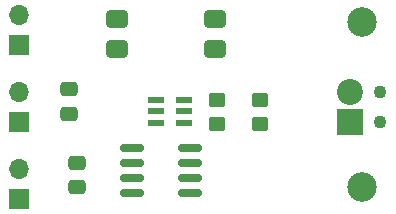
<source format=gts>
G04 #@! TF.GenerationSoftware,KiCad,Pcbnew,7.0.2*
G04 #@! TF.CreationDate,2023-05-22T10:47:49+02:00*
G04 #@! TF.ProjectId,relaismsofet correctie,72656c61-6973-46d7-936f-66657420636f,rev?*
G04 #@! TF.SameCoordinates,Original*
G04 #@! TF.FileFunction,Soldermask,Top*
G04 #@! TF.FilePolarity,Negative*
%FSLAX46Y46*%
G04 Gerber Fmt 4.6, Leading zero omitted, Abs format (unit mm)*
G04 Created by KiCad (PCBNEW 7.0.2) date 2023-05-22 10:47:49*
%MOMM*%
%LPD*%
G01*
G04 APERTURE LIST*
G04 Aperture macros list*
%AMRoundRect*
0 Rectangle with rounded corners*
0 $1 Rounding radius*
0 $2 $3 $4 $5 $6 $7 $8 $9 X,Y pos of 4 corners*
0 Add a 4 corners polygon primitive as box body*
4,1,4,$2,$3,$4,$5,$6,$7,$8,$9,$2,$3,0*
0 Add four circle primitives for the rounded corners*
1,1,$1+$1,$2,$3*
1,1,$1+$1,$4,$5*
1,1,$1+$1,$6,$7*
1,1,$1+$1,$8,$9*
0 Add four rect primitives between the rounded corners*
20,1,$1+$1,$2,$3,$4,$5,0*
20,1,$1+$1,$4,$5,$6,$7,0*
20,1,$1+$1,$6,$7,$8,$9,0*
20,1,$1+$1,$8,$9,$2,$3,0*%
G04 Aperture macros list end*
%ADD10RoundRect,0.375000X0.575000X0.375000X-0.575000X0.375000X-0.575000X-0.375000X0.575000X-0.375000X0*%
%ADD11C,2.500000*%
%ADD12RoundRect,0.041300X-0.643700X-0.253700X0.643700X-0.253700X0.643700X0.253700X-0.643700X0.253700X0*%
%ADD13RoundRect,0.250000X-0.450000X0.350000X-0.450000X-0.350000X0.450000X-0.350000X0.450000X0.350000X0*%
%ADD14RoundRect,0.250000X0.475000X-0.337500X0.475000X0.337500X-0.475000X0.337500X-0.475000X-0.337500X0*%
%ADD15C,1.100000*%
%ADD16R,2.200000X2.200000*%
%ADD17C,2.200000*%
%ADD18RoundRect,0.250000X-0.475000X0.337500X-0.475000X-0.337500X0.475000X-0.337500X0.475000X0.337500X0*%
%ADD19RoundRect,0.150000X0.825000X0.150000X-0.825000X0.150000X-0.825000X-0.150000X0.825000X-0.150000X0*%
%ADD20R,1.700000X1.700000*%
%ADD21O,1.700000X1.700000*%
G04 APERTURE END LIST*
D10*
X90274996Y-74805000D03*
X90274996Y-77345000D03*
X98574996Y-77345000D03*
X98574996Y-74805000D03*
D11*
X111000000Y-89000000D03*
D12*
X93550000Y-81650000D03*
X93550000Y-82600000D03*
X93550000Y-83550000D03*
X95900000Y-83550000D03*
X95900000Y-82600000D03*
X95900000Y-81650000D03*
D13*
X102325000Y-81625000D03*
X102325000Y-83625000D03*
X98725000Y-81625000D03*
X98725000Y-83625000D03*
D14*
X86207600Y-82774700D03*
X86207600Y-80699700D03*
D15*
X112540000Y-83500000D03*
X112540000Y-80960000D03*
D16*
X110000000Y-83500000D03*
D17*
X110000000Y-80960000D03*
D18*
X86868000Y-86962500D03*
X86868000Y-89037500D03*
D11*
X111000000Y-75000000D03*
D19*
X96450000Y-89505000D03*
X96450000Y-88235000D03*
X96450000Y-86965000D03*
X96450000Y-85695000D03*
X91500000Y-85695000D03*
X91500000Y-86965000D03*
X91500000Y-88235000D03*
X91500000Y-89505000D03*
D20*
X82000000Y-77000000D03*
D21*
X82000000Y-74460000D03*
D20*
X82000000Y-83500000D03*
D21*
X82000000Y-80960000D03*
D20*
X82000000Y-90000000D03*
D21*
X82000000Y-87460000D03*
M02*

</source>
